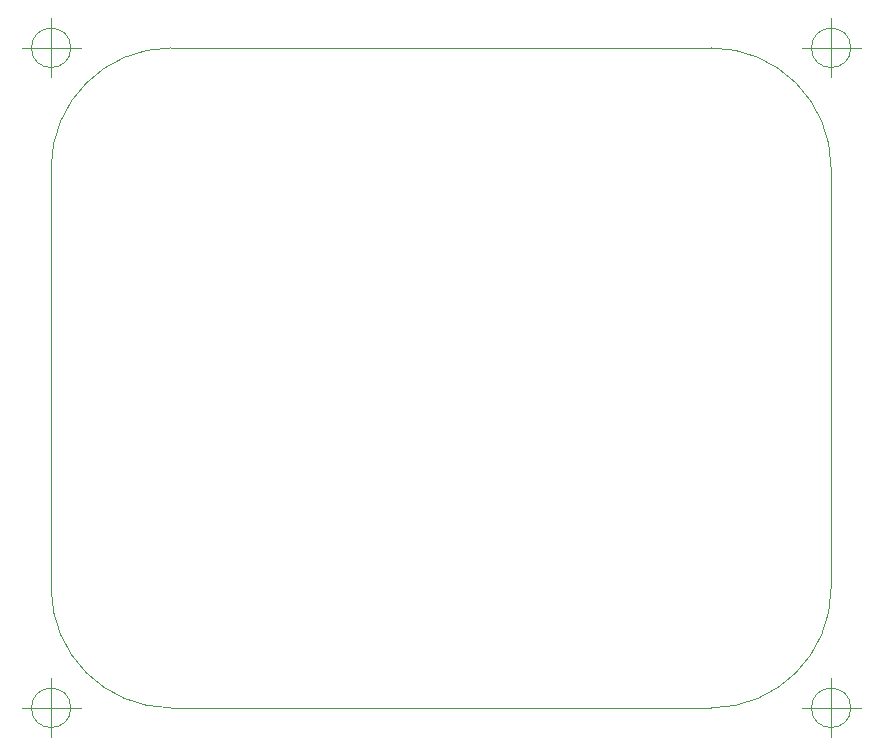
<source format=gbr>
G04 #@! TF.FileFunction,Profile,NP*
%FSLAX46Y46*%
G04 Gerber Fmt 4.6, Leading zero omitted, Abs format (unit mm)*
G04 Created by KiCad (PCBNEW 4.0.6-e0-6349~52~ubuntu16.10.1) date Tue Jul 11 23:35:05 2017*
%MOMM*%
%LPD*%
G01*
G04 APERTURE LIST*
%ADD10C,0.100000*%
G04 APERTURE END LIST*
D10*
X-31353334Y27940000D02*
G75*
G03X-31353334Y27940000I-1666666J0D01*
G01*
X-35520000Y27940000D02*
X-30520000Y27940000D01*
X-33020000Y30440000D02*
X-33020000Y25440000D01*
X-31353334Y-27940000D02*
G75*
G03X-31353334Y-27940000I-1666666J0D01*
G01*
X-35520000Y-27940000D02*
X-30520000Y-27940000D01*
X-33020000Y-25440000D02*
X-33020000Y-30440000D01*
X34686666Y-27940000D02*
G75*
G03X34686666Y-27940000I-1666666J0D01*
G01*
X30520000Y-27940000D02*
X35520000Y-27940000D01*
X33020000Y-25440000D02*
X33020000Y-30440000D01*
X34686666Y27940000D02*
G75*
G03X34686666Y27940000I-1666666J0D01*
G01*
X30520000Y27940000D02*
X35520000Y27940000D01*
X33020000Y30440000D02*
X33020000Y25440000D01*
X34686666Y27940000D02*
G75*
G03X34686666Y27940000I-1666666J0D01*
G01*
X30520000Y27940000D02*
X35520000Y27940000D01*
X33020000Y30440000D02*
X33020000Y25440000D01*
X-31353334Y27940000D02*
G75*
G03X-31353334Y27940000I-1666666J0D01*
G01*
X-35520000Y27940000D02*
X-30520000Y27940000D01*
X-33020000Y30440000D02*
X-33020000Y25440000D01*
X-31353334Y-27940000D02*
G75*
G03X-31353334Y-27940000I-1666666J0D01*
G01*
X-35520000Y-27940000D02*
X-30520000Y-27940000D01*
X-33020000Y-25440000D02*
X-33020000Y-30440000D01*
X34686666Y-27940000D02*
G75*
G03X34686666Y-27940000I-1666666J0D01*
G01*
X30520000Y-27940000D02*
X35520000Y-27940000D01*
X33020000Y-25440000D02*
X33020000Y-30440000D01*
X22860000Y-27940000D02*
X-22860000Y-27940000D01*
X-22860000Y27940000D02*
X22860000Y27940000D01*
X-33020000Y-17780000D02*
X-33020000Y17780000D01*
X33020000Y17780000D02*
X33020000Y-17780000D01*
X-33020000Y-17780000D02*
G75*
G03X-22860000Y-27940000I10160000J0D01*
G01*
X22860000Y-27940000D02*
G75*
G03X33020000Y-17780000I0J10160000D01*
G01*
X33020000Y17780000D02*
G75*
G03X22860000Y27940000I-10160000J0D01*
G01*
X-22860000Y27940000D02*
G75*
G03X-33020000Y17780000I0J-10160000D01*
G01*
M02*

</source>
